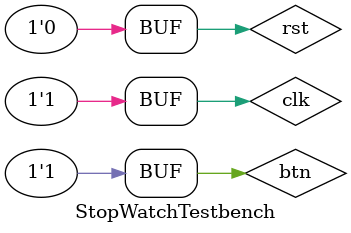
<source format=v>
`timescale 1ns / 1ps

module StopWatchTestbench(
);
    
    localparam T = 10; // Clock period
    reg clk, rst, btn;  // Internal testbench signals to connect to uut
    wire [3:0] an;
    wire [6:0] sseg;
    
    // Instantiate design under test
    StopWatchTop uut(.clk(clk), .rst(rst), .btn(btn), .an(an), .sseg(sseg));
    
    // Clock
    always
    begin
        clk = 1'b0;
        #(T/2);
        clk = 1'b1;
        #(T/2);
    end
    
    // Reset
    initial
    begin
        rst = 1'b0;
        #T;
        rst = 1'b1;
        #(2*T);
        rst = 1'b0;
    end
    
    // Go
    initial
    begin
        btn = 1'b0;
        #(10*T);
        btn = 1'b1;
    end
    
endmodule

</source>
